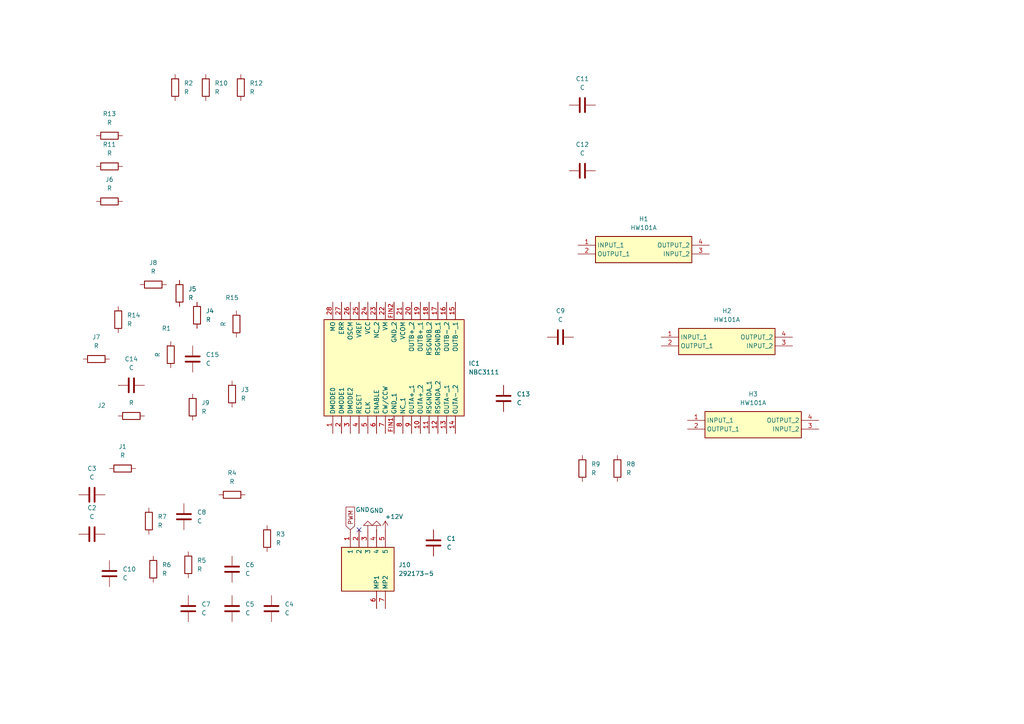
<source format=kicad_sch>
(kicad_sch (version 20231120) (generator "eeschema") (generator_version "8.0")
  (paper "A4")
  (lib_symbols
    (symbol "Device:C" (pin_numbers hide) (pin_names (offset 0.254))
      (property "Reference" "C" (at 0.635 2.54 0))
      (property "Value" "C" (at 0.635 -2.54 0))
      (symbol "C_0_1"
        (polyline (pts (xy -2.032 -0.762) (xy 2.032 -0.762)) (stroke (width 0.508)))
        (polyline (pts (xy -2.032 0.762) (xy 2.032 0.762)) (stroke (width 0.508)))
      )
      (symbol "C_1_1"
        (pin passive line (at 0 3.81 270) (length 2.794) (name "~") (number "1"))
        (pin passive line (at 0 -3.81 90) (length 2.794) (name "~") (number "2"))
      )
    )
    (symbol "Device:R" (pin_numbers hide) (pin_names (offset 0))
      (property "Reference" "R" (at 2.032 0 90))
      (property "Value" "R" (at 0 0 90))
      (symbol "R_0_1"
        (rectangle (start -1.016 -2.54) (end 1.016 2.54) (stroke (width 0.254)))
      )
      (symbol "R_1_1"
        (pin passive line (at 0 3.81 270) (length 1.27) (name "~") (number "1"))
        (pin passive line (at 0 -3.81 90) (length 1.27) (name "~") (number "2"))
      )
    )
    (symbol "mirrormotor:292173-5"
      (property "Reference" "J" (at 19.05 7.62 0))
      (property "Value" "292173-5" (at 19.05 5.08 0))
      (symbol "292173-5_1_1"
        (rectangle (start 5.08 2.54) (end 17.78 -12.7) (stroke (width 0.254)) (fill (type background)))
        (pin passive line (at 0 -10.16 0) (length 5.08) (name "1") (number "1"))
        (pin passive line (at 0 -7.62 0) (length 5.08) (name "2") (number "2"))
        (pin passive line (at 0 -5.08 0) (length 5.08) (name "3") (number "3"))
        (pin passive line (at 0 -2.54 0) (length 5.08) (name "4") (number "4"))
        (pin passive line (at 0 0 0) (length 5.08) (name "5") (number "5"))
        (pin passive line (at 22.86 -2.54 180) (length 5.08) (name "MP1") (number "6"))
        (pin passive line (at 22.86 0 180) (length 5.08) (name "MP2") (number "7"))
      )
    )
    (symbol "mirrormotor:HW101A"
      (property "Reference" "IC" (at 34.29 7.62 0))
      (property "Value" "HW101A" (at 34.29 5.08 0))
      (symbol "HW101A_1_1"
        (rectangle (start 5.08 2.54) (end 33.02 -5.08) (stroke (width 0.254)) (fill (type background)))
        (pin passive line (at 0 0 0) (length 5.08) (name "INPUT_1") (number "1"))
        (pin passive line (at 0 -2.54 0) (length 5.08) (name "OUTPUT_1") (number "2"))
        (pin passive line (at 38.1 -2.54 180) (length 5.08) (name "INPUT_2") (number "3"))
        (pin passive line (at 38.1 0 180) (length 5.08) (name "OUTPUT_2") (number "4"))
      )
    )
    (symbol "mirrormotor:TB67S149FG,EL"
      (property "Reference" "IC" (at 34.29 7.62 0))
      (property "Value" "TB67S149FG,EL" (at 34.29 5.08 0))
      (symbol "TB67S149FG,EL_1_1"
        (rectangle (start 5.08 2.54) (end 33.02 -38.1) (stroke (width 0.254)) (fill (type background)))
        (pin passive line (at 0 0 0) (length 5.08) (name "DMODE0") (number "1"))
        (pin passive line (at 0 -25.4 0) (length 5.08) (name "OUTA+_2") (number "10"))
        (pin passive line (at 0 -27.94 0) (length 5.08) (name "RSGNDA_1") (number "11"))
        (pin passive line (at 0 -30.48 0) (length 5.08) (name "RSGNDA_2") (number "12"))
        (pin passive line (at 0 -33.02 0) (length 5.08) (name "OUTA-_1") (number "13"))
        (pin passive line (at 0 -35.56 0) (length 5.08) (name "OUTA-_2") (number "14"))
        (pin passive line (at 38.1 -35.56 180) (length 5.08) (name "OUTB-_1") (number "15"))
        (pin passive line (at 38.1 -33.02 180) (length 5.08) (name "OUTB-_2") (number "16"))
        (pin passive line (at 38.1 -30.48 180) (length 5.08) (name "RSGNDB_1") (number "17"))
        (pin passive line (at 38.1 -27.94 180) (length 5.08) (name "RSGNDB_2") (number "18"))
        (pin passive line (at 38.1 -25.4 180) (length 5.08) (name "OUTB+_1") (number "19"))
        (pin passive line (at 0 -2.54 0) (length 5.08) (name "DMODE1") (number "2"))
        (pin passive line (at 38.1 -22.86 180) (length 5.08) (name "OUTB+_2") (number "20"))
        (pin passive line (at 38.1 -20.32 180) (length 5.08) (name "VCOM") (number "21"))
        (pin passive line (at 38.1 -15.24 180) (length 5.08) (name "VM") (number "22"))
        (pin passive line (at 38.1 -12.7 180) (length 5.08) (name "NC_2") (number "23"))
        (pin passive line (at 38.1 -10.16 180) (length 5.08) (name "VCC") (number "24"))
        (pin passive line (at 38.1 -7.62 180) (length 5.08) (name "VREF") (number "25"))
        (pin passive line (at 38.1 -5.08 180) (length 5.08) (name "OSCM") (number "26"))
        (pin passive line (at 38.1 -2.54 180) (length 5.08) (name "ERR") (number "27"))
        (pin passive line (at 38.1 0 180) (length 5.08) (name "MO") (number "28"))
        (pin passive line (at 0 -5.08 0) (length 5.08) (name "DMODE2") (number "3"))
        (pin passive line (at 0 -7.62 0) (length 5.08) (name "RESET") (number "4"))
        (pin passive line (at 0 -10.16 0) (length 5.08) (name "CLK") (number "5"))
        (pin passive line (at 0 -12.7 0) (length 5.08) (name "ENABLE") (number "6"))
        (pin passive line (at 0 -15.24 0) (length 5.08) (name "CW/CCW") (number "7"))
        (pin passive line (at 0 -20.32 0) (length 5.08) (name "NC_1") (number "8"))
        (pin passive line (at 0 -22.86 0) (length 5.08) (name "OUTA+_1") (number "9"))
        (pin passive line (at 0 -17.78 0) (length 5.08) (name "GND_1") (number "FIN1"))
        (pin passive line (at 38.1 -17.78 180) (length 5.08) (name "GND_2") (number "FIN2"))
      )
    )
    (symbol "power:+12V" (power) (pin_numbers hide) (pin_names (offset 0) hide)
      (property "Value" "+12V" (at 0 3.556 0))
      (symbol "+12V_0_1"
        (polyline (pts (xy -0.762 1.27) (xy 0 2.54)))
        (polyline (pts (xy 0 0) (xy 0 2.54)))
        (polyline (pts (xy 0 2.54) (xy 0.762 1.27)))
      )
      (symbol "+12V_1_1"
        (pin power_in line (at 0 0 90) (length 0) (name "~") (number "1"))
      )
    )
    (symbol "power:GND" (power) (pin_numbers hide) (pin_names (offset 0) hide)
      (property "Value" "GND" (at 0 -3.81 0))
      (symbol "GND_0_1"
        (polyline (pts (xy 0 0) (xy 0 -1.27) (xy 1.27 -1.27) (xy 0 -2.54) (xy -1.27 -1.27) (xy 0 -1.27)))
      )
      (symbol "GND_1_1"
        (pin power_in line (at 0 0 270) (length 0) (name "~") (number "1"))
      )
    )
  )
  (no_connect (at 104.14 153.67))
  (global_label "PWM" (shape input) (at 101.6 153.67 90) (property "Intersheetrefs" "${INTERSHEET_REFS}" (effects (hide yes))))
  (symbol (lib_id "mirrormotor:TB67S149FG,EL") (at 96.52 125.73 90) (unit 1)
    (property "Reference" "IC1" (at 135.89 105.4099 90) (effects (justify right)))
    (property "Value" "NBC3111" (at 135.89 107.9499 90) (effects (justify right)))
    (property "Footprint" "mirrormotor:TB67S149FGEL" (effects (hide yes)))
    (property "Datasheet" "https://toshiba.semicon-storage.com/info/docget.jsp?did=15706&prodName=TB67S149FG" (effects (hide yes)))
    (property "Description" "Unipolar Motor Driver Power MOSFET Parallel 28-HSSOP" (effects (hide yes)))
    (property "Height" "2.45" (effects (hide yes)))
    (property "Mouser Part Number" "757-TB67S149FGEL" (effects (hide yes)))
    (property "Mouser Price/Stock" "https://www.mouser.co.uk/ProductDetail/Toshiba/TB67S149FGEL?qs=lYGu3FyN48fb8vv1yadyCA%3D%3D" (effects (hide yes)))
    (property "Manufacturer_Name" "Toshiba" (effects (hide yes)))
    (property "Manufacturer_Part_Number" "TB67S149FG,EL" (effects (hide yes)))
  )
  (symbol (lib_id "Device:R") (at 54.61 163.83 180) (unit 1)
    (property "Reference" "R5" (at 57.15 162.5599 0) (effects (justify right)))
    (property "Value" "R" (at 57.15 165.0999 0) (effects (justify right)))
    (property "Footprint" "Resistor_SMD:R_0603_1608Metric" (effects (hide yes)))
    (property "Description" "Resistor" (effects (hide yes)))
  )
  (symbol (lib_id "Device:C") (at 31.75 166.37 0) (unit 1)
    (property "Reference" "C10" (at 35.56 165.0999 0) (effects (justify left)))
    (property "Value" "C" (at 35.56 167.6399 0) (effects (justify left)))
    (property "Footprint" "Capacitor_SMD:C_0603_1608Metric" (effects (hide yes)))
    (property "Description" "Unpolarized capacitor" (effects (hide yes)))
  )
  (symbol (lib_id "Device:C") (at 78.74 176.53 0) (unit 1)
    (property "Reference" "C4" (at 82.55 175.2599 0) (effects (justify left)))
    (property "Value" "C" (at 82.55 177.7999 0) (effects (justify left)))
    (property "Footprint" "Capacitor_SMD:C_0603_1608Metric" (effects (hide yes)))
    (property "Description" "Unpolarized capacitor" (effects (hide yes)))
  )
  (symbol (lib_id "Device:C") (at 168.91 49.53 90) (unit 1)
    (property "Reference" "C12" (at 168.91 41.91 90))
    (property "Value" "C" (at 168.91 44.45 90))
    (property "Footprint" "Capacitor_SMD:C_0603_1608Metric" (effects (hide yes)))
    (property "Description" "Unpolarized capacitor" (effects (hide yes)))
  )
  (symbol (lib_id "Device:R") (at 31.75 58.42 90) (unit 1)
    (property "Reference" "J6" (at 31.75 52.07 90))
    (property "Value" "R" (at 31.75 54.61 90))
    (property "Footprint" "Resistor_SMD:R_0603_1608Metric" (effects (hide yes)))
    (property "Description" "Resistor" (effects (hide yes)))
  )
  (symbol (lib_id "Device:R") (at 67.31 114.3 180) (unit 1)
    (property "Reference" "J3" (at 69.85 113.0299 0) (effects (justify right)))
    (property "Value" "R" (at 69.85 115.5699 0) (effects (justify right)))
    (property "Footprint" "Resistor_SMD:R_0603_1608Metric" (effects (hide yes)))
    (property "Description" "Resistor" (effects (hide yes)))
  )
  (symbol (lib_id "mirrormotor:HW101A") (at 167.64 71.12 0) (unit 1)
    (property "Reference" "H1" (at 186.69 63.5 0))
    (property "Value" "HW101A" (at 186.69 66.04 0))
    (property "Footprint" "mirrormotor:SOP190P290X130-4N" (effects (hide yes)))
    (property "Datasheet" "https://datasheet.datasheetarchive.com/originals/distributors/Datasheets_SAMA/6b4db838a52fd8396df6b7315748f35b.pdf" (effects (hide yes)))
    (property "Description" "InSb Hall Element" (effects (hide yes)))
    (property "Height" "1.3" (effects (hide yes)))
    (property "Mouser Part Number" "412-HW101A" (effects (hide yes)))
    (property "Mouser Price/Stock" "https://www.mouser.co.uk/ProductDetail/Asahi-Kasei-Microdevices/HW101A?qs=vvQtp7zwQdPgSiSNPlaBcg%3D%3D" (effects (hide yes)))
    (property "Manufacturer_Name" "Asahi Kasei Microdevices" (effects (hide yes)))
    (property "Manufacturer_Part_Number" "HW101A" (effects (hide yes)))
  )
  (symbol (lib_id "Device:R") (at 67.31 143.51 270) (unit 1)
    (property "Reference" "R4" (at 67.31 137.16 90))
    (property "Value" "R" (at 67.31 139.7 90))
    (property "Footprint" "Resistor_SMD:R_0603_1608Metric" (effects (hide yes)))
    (property "Description" "Resistor" (effects (hide yes)))
  )
  (symbol (lib_id "Device:C") (at 168.91 30.48 90) (unit 1)
    (property "Reference" "C11" (at 168.91 22.86 90))
    (property "Value" "C" (at 168.91 25.4 90))
    (property "Footprint" "Capacitor_SMD:C_0603_1608Metric" (effects (hide yes)))
    (property "Description" "Unpolarized capacitor" (effects (hide yes)))
  )
  (symbol (lib_id "Device:R") (at 59.69 25.4 0) (unit 1)
    (property "Reference" "R10" (at 62.23 24.1299 0) (effects (justify left)))
    (property "Value" "R" (at 62.23 26.6699 0) (effects (justify left)))
    (property "Footprint" "Resistor_SMD:R_0603_1608Metric" (effects (hide yes)))
    (property "Description" "Resistor" (effects (hide yes)))
  )
  (symbol (lib_id "Device:C") (at 26.67 143.51 90) (unit 1)
    (property "Reference" "C3" (at 26.67 135.89 90))
    (property "Value" "C" (at 26.67 138.43 90))
    (property "Footprint" "Capacitor_SMD:C_0603_1608Metric" (effects (hide yes)))
    (property "Description" "Unpolarized capacitor" (effects (hide yes)))
  )
  (symbol (lib_id "Device:C") (at 53.34 149.86 0) (unit 1)
    (property "Reference" "C8" (at 57.15 148.5899 0) (effects (justify left)))
    (property "Value" "C" (at 57.15 151.1299 0) (effects (justify left)))
    (property "Footprint" "Capacitor_SMD:C_0603_1608Metric" (effects (hide yes)))
    (property "Description" "Unpolarized capacitor" (effects (hide yes)))
  )
  (symbol (lib_id "Device:R") (at 52.07 85.09 180) (unit 1)
    (property "Reference" "J5" (at 54.61 83.8199 0) (effects (justify right)))
    (property "Value" "R" (at 54.61 86.3599 0) (effects (justify right)))
    (property "Footprint" "Resistor_SMD:R_0603_1608Metric" (effects (hide yes)))
    (property "Description" "Resistor" (effects (hide yes)))
  )
  (symbol (lib_id "Device:C") (at 26.67 154.94 90) (unit 1)
    (property "Reference" "C2" (at 26.67 147.32 90))
    (property "Value" "C" (at 26.67 149.86 90))
    (property "Footprint" "Capacitor_SMD:C_0603_1608Metric" (effects (hide yes)))
    (property "Description" "Unpolarized capacitor" (effects (hide yes)))
  )
  (symbol (lib_id "Device:R") (at 77.47 156.21 180) (unit 1)
    (property "Reference" "R3" (at 80.01 154.9399 0) (effects (justify right)))
    (property "Value" "R" (at 80.01 157.4799 0) (effects (justify right)))
    (property "Footprint" "Resistor_SMD:R_0603_1608Metric" (effects (hide yes)))
    (property "Description" "Resistor" (effects (hide yes)))
  )
  (symbol (lib_id "Device:C") (at 67.31 176.53 0) (unit 1)
    (property "Reference" "C5" (at 71.12 175.2599 0) (effects (justify left)))
    (property "Value" "C" (at 71.12 177.7999 0) (effects (justify left)))
    (property "Footprint" "Capacitor_SMD:C_0603_1608Metric" (effects (hide yes)))
    (property "Description" "Unpolarized capacitor" (effects (hide yes)))
  )
  (symbol (lib_id "Device:R") (at 43.18 151.13 0) (unit 1)
    (property "Reference" "R7" (at 45.72 149.8599 0) (effects (justify left)))
    (property "Value" "R" (at 45.72 152.3999 0) (effects (justify left)))
    (property "Footprint" "Resistor_SMD:R_0603_1608Metric" (effects (hide yes)))
    (property "Description" "Resistor" (effects (hide yes)))
  )
  (symbol (lib_id "Device:R") (at 168.91 135.89 0) (unit 1)
    (property "Reference" "R9" (at 171.45 134.6199 0) (effects (justify left)))
    (property "Value" "R" (at 171.45 137.1599 0) (effects (justify left)))
    (property "Footprint" "Resistor_SMD:R_1206_3216Metric" (effects (hide yes)))
    (property "Description" "Resistor" (effects (hide yes)))
  )
  (symbol (lib_id "Device:R") (at 69.85 25.4 0) (unit 1)
    (property "Reference" "R12" (at 72.39 24.1299 0) (effects (justify left)))
    (property "Value" "R" (at 72.39 26.6699 0) (effects (justify left)))
    (property "Footprint" "Resistor_SMD:R_0603_1608Metric" (effects (hide yes)))
    (property "Description" "Resistor" (effects (hide yes)))
  )
  (symbol (lib_id "Device:R") (at 35.56 135.89 90) (unit 1)
    (property "Reference" "J1" (at 35.56 129.54 90))
    (property "Value" "R" (at 35.56 132.08 90))
    (property "Footprint" "Resistor_SMD:R_0603_1608Metric" (effects (hide yes)))
    (property "Description" "Resistor" (effects (hide yes)))
  )
  (symbol (lib_id "Device:R") (at 68.58 93.98 180) (unit 1)
    (property "Reference" "R15" (at 67.31 86.36 0))
    (property "Value" "R" (at 64.77 93.98 90))
    (property "Footprint" "Resistor_SMD:R_0603_1608Metric" (effects (hide yes)))
    (property "Description" "Resistor" (effects (hide yes)))
  )
  (symbol (lib_id "power:+12V") (at 111.76 153.67 0) (unit 1)
    (property "Reference" "#PWR02" (effects (hide yes)))
    (property "Value" "+12V" (at 114.3 149.86 0))
    (property "Description" "Power symbol creates a global label with name \"+12V\"" (effects (hide yes)))
  )
  (symbol (lib_id "Device:R") (at 31.75 48.26 90) (unit 1)
    (property "Reference" "R11" (at 31.75 41.91 90))
    (property "Value" "R" (at 31.75 44.45 90))
    (property "Footprint" "Resistor_SMD:R_0603_1608Metric" (effects (hide yes)))
    (property "Description" "Resistor" (effects (hide yes)))
  )
  (symbol (lib_id "Device:R") (at 31.75 39.37 90) (unit 1)
    (property "Reference" "R13" (at 31.75 33.02 90))
    (property "Value" "R" (at 31.75 35.56 90))
    (property "Footprint" "Resistor_SMD:R_0603_1608Metric" (effects (hide yes)))
    (property "Description" "Resistor" (effects (hide yes)))
  )
  (symbol (lib_id "Device:C") (at 146.05 115.57 0) (unit 1)
    (property "Reference" "C13" (at 149.86 114.2999 0) (effects (justify left)))
    (property "Value" "C" (at 149.86 116.8399 0) (effects (justify left)))
    (property "Footprint" "Capacitor_SMD:C_0603_1608Metric" (effects (hide yes)))
    (property "Description" "Unpolarized capacitor" (effects (hide yes)))
  )
  (symbol (lib_id "Device:C") (at 125.73 157.48 0) (unit 1)
    (property "Reference" "C1" (at 129.54 156.2099 0) (effects (justify left)))
    (property "Value" "C" (at 129.54 158.7499 0) (effects (justify left)))
    (property "Footprint" "Capacitor_SMD:C_0603_1608Metric" (effects (hide yes)))
    (property "Description" "Unpolarized capacitor" (effects (hide yes)))
  )
  (symbol (lib_id "power:GND") (at 109.22 153.67 180) (unit 1)
    (property "Reference" "#PWR01" (effects (hide yes)))
    (property "Value" "GND" (at 109.22 148.082 0))
    (property "Description" "Power symbol creates a global label with name \"GND\" , ground" (effects (hide yes)))
  )
  (symbol (lib_id "Device:R") (at 57.15 91.44 180) (unit 1)
    (property "Reference" "J4" (at 59.69 90.1699 0) (effects (justify right)))
    (property "Value" "R" (at 59.69 92.7099 0) (effects (justify right)))
    (property "Footprint" "Resistor_SMD:R_0603_1608Metric" (effects (hide yes)))
    (property "Description" "Resistor" (effects (hide yes)))
  )
  (symbol (lib_id "mirrormotor:292173-5") (at 111.76 153.67 270) (unit 1)
    (property "Reference" "J10" (at 115.57 163.8299 90) (effects (justify left)))
    (property "Value" "292173-5" (at 115.57 166.3699 90) (effects (justify left)))
    (property "Footprint" "mirrormotor:2921735" (effects (hide yes)))
    (property "Datasheet" "https://www.te.com/commerce/DocumentDelivery/DDEController?Action=srchrtrv&DocNm=292173&DocType=Customer+Drawing&DocLang=English" (effects (hide yes)))
    (property "Description" "PCB Mount Header, Right Angle, Wire-to-Board, 5 Position, 2 mm [.079 in] Centerline, Partially Shrouded, Tin, Surface Mount, Power & Signal, AMP CT" (effects (hide yes)))
    (property "Height" "6.1" (effects (hide yes)))
    (property "Mouser Part Number" "571-292173-5" (effects (hide yes)))
    (property "Mouser Price/Stock" "https://www.mouser.co.uk/ProductDetail/TE-Connectivity-Alcoswitch/292173-5?qs=cTq9ZV%252BpM4%252BzH2IkFejNJQ%3D%3D" (effects (hide yes)))
    (property "Manufacturer_Name" "TE Connectivity" (effects (hide yes)))
    (property "Manufacturer_Part_Number" "292173-5" (effects (hide yes)))
  )
  (symbol (lib_id "Device:R") (at 55.88 118.11 180) (unit 1)
    (property "Reference" "J9" (at 58.42 116.8399 0) (effects (justify right)))
    (property "Value" "R" (at 58.42 119.3799 0) (effects (justify right)))
    (property "Footprint" "Resistor_SMD:R_0603_1608Metric" (effects (hide yes)))
    (property "Description" "Resistor" (effects (hide yes)))
  )
  (symbol (lib_id "Device:C") (at 55.88 104.14 180) (unit 1)
    (property "Reference" "C15" (at 59.69 102.8699 0) (effects (justify right)))
    (property "Value" "C" (at 59.69 105.4099 0) (effects (justify right)))
    (property "Footprint" "Capacitor_SMD:C_0603_1608Metric" (effects (hide yes)))
    (property "Description" "Unpolarized capacitor" (effects (hide yes)))
  )
  (symbol (lib_id "Device:R") (at 50.8 25.4 0) (unit 1)
    (property "Reference" "R2" (at 53.34 24.1299 0) (effects (justify left)))
    (property "Value" "R" (at 53.34 26.6699 0) (effects (justify left)))
    (property "Footprint" "Resistor_SMD:R_0603_1608Metric" (effects (hide yes)))
    (property "Description" "Resistor" (effects (hide yes)))
  )
  (symbol (lib_id "mirrormotor:HW101A") (at 199.39 121.92 0) (unit 1)
    (property "Reference" "H3" (at 218.44 114.3 0))
    (property "Value" "HW101A" (at 218.44 116.84 0))
    (property "Footprint" "mirrormotor:SOP190P290X130-4N" (effects (hide yes)))
    (property "Datasheet" "https://datasheet.datasheetarchive.com/originals/distributors/Datasheets_SAMA/6b4db838a52fd8396df6b7315748f35b.pdf" (effects (hide yes)))
    (property "Description" "InSb Hall Element" (effects (hide yes)))
    (property "Height" "1.3" (effects (hide yes)))
    (property "Mouser Part Number" "412-HW101A" (effects (hide yes)))
    (property "Mouser Price/Stock" "https://www.mouser.co.uk/ProductDetail/Asahi-Kasei-Microdevices/HW101A?qs=vvQtp7zwQdPgSiSNPlaBcg%3D%3D" (effects (hide yes)))
    (property "Manufacturer_Name" "Asahi Kasei Microdevices" (effects (hide yes)))
    (property "Manufacturer_Part_Number" "HW101A" (effects (hide yes)))
  )
  (symbol (lib_id "Device:C") (at 67.31 165.1 0) (unit 1)
    (property "Reference" "C6" (at 71.12 163.8299 0) (effects (justify left)))
    (property "Value" "C" (at 71.12 166.3699 0) (effects (justify left)))
    (property "Footprint" "Capacitor_SMD:C_0603_1608Metric" (effects (hide yes)))
    (property "Description" "Unpolarized capacitor" (effects (hide yes)))
  )
  (symbol (lib_id "Device:C") (at 54.61 176.53 0) (unit 1)
    (property "Reference" "C7" (at 58.42 175.2599 0) (effects (justify left)))
    (property "Value" "C" (at 58.42 177.7999 0) (effects (justify left)))
    (property "Footprint" "Capacitor_SMD:C_0603_1608Metric" (effects (hide yes)))
    (property "Description" "Unpolarized capacitor" (effects (hide yes)))
  )
  (symbol (lib_id "Device:R") (at 179.07 135.89 0) (unit 1)
    (property "Reference" "R8" (at 181.61 134.6199 0) (effects (justify left)))
    (property "Value" "R" (at 181.61 137.1599 0) (effects (justify left)))
    (property "Footprint" "Resistor_SMD:R_1206_3216Metric" (effects (hide yes)))
    (property "Description" "Resistor" (effects (hide yes)))
  )
  (symbol (lib_id "Device:R") (at 49.53 102.87 180) (unit 1)
    (property "Reference" "R1" (at 48.26 95.25 0))
    (property "Value" "R" (at 45.72 102.87 90))
    (property "Footprint" "Resistor_SMD:R_0603_1608Metric" (effects (hide yes)))
    (property "Description" "Resistor" (effects (hide yes)))
  )
  (symbol (lib_id "Device:R") (at 38.1 120.65 90) (unit 1)
    (property "Reference" "J2" (at 29.464 117.602 90))
    (property "Value" "R" (at 38.1 116.84 90))
    (property "Footprint" "Resistor_SMD:R_0603_1608Metric" (effects (hide yes)))
    (property "Description" "Resistor" (effects (hide yes)))
  )
  (symbol (lib_id "Device:R") (at 27.94 104.14 270) (unit 1)
    (property "Reference" "J7" (at 27.94 97.79 90))
    (property "Value" "R" (at 27.94 100.33 90))
    (property "Footprint" "Resistor_SMD:R_0603_1608Metric" (effects (hide yes)))
    (property "Description" "Resistor" (effects (hide yes)))
  )
  (symbol (lib_id "Device:R") (at 44.45 165.1 180) (unit 1)
    (property "Reference" "R6" (at 46.99 163.8299 0) (effects (justify right)))
    (property "Value" "R" (at 46.99 166.3699 0) (effects (justify right)))
    (property "Footprint" "Resistor_SMD:R_0603_1608Metric" (effects (hide yes)))
    (property "Description" "Resistor" (effects (hide yes)))
  )
  (symbol (lib_id "power:GND") (at 106.68 153.67 180) (unit 1)
    (property "Reference" "#PWR03" (effects (hide yes)))
    (property "Value" "GND" (at 105.156 147.828 0))
    (property "Description" "Power symbol creates a global label with name \"GND\" , ground" (effects (hide yes)))
  )
  (symbol (lib_id "Device:R") (at 44.45 82.55 270) (unit 1)
    (property "Reference" "J8" (at 44.45 76.2 90))
    (property "Value" "R" (at 44.45 78.74 90))
    (property "Footprint" "Resistor_SMD:R_0603_1608Metric" (effects (hide yes)))
    (property "Description" "Resistor" (effects (hide yes)))
  )
  (symbol (lib_id "Device:R") (at 34.29 92.71 0) (unit 1)
    (property "Reference" "R14" (at 36.83 91.4399 0) (effects (justify left)))
    (property "Value" "R" (at 36.83 93.9799 0) (effects (justify left)))
    (property "Footprint" "Resistor_SMD:R_0603_1608Metric" (effects (hide yes)))
    (property "Description" "Resistor" (effects (hide yes)))
  )
  (symbol (lib_id "Device:C") (at 162.56 97.79 90) (unit 1)
    (property "Reference" "C9" (at 162.56 90.17 90))
    (property "Value" "C" (at 162.56 92.71 90))
    (property "Footprint" "Capacitor_SMD:C_0603_1608Metric" (effects (hide yes)))
    (property "Description" "Unpolarized capacitor" (effects (hide yes)))
  )
  (symbol (lib_id "mirrormotor:HW101A") (at 191.77 97.79 0) (unit 1)
    (property "Reference" "H2" (at 210.82 90.17 0))
    (property "Value" "HW101A" (at 210.82 92.71 0))
    (property "Footprint" "mirrormotor:SOP190P290X130-4N" (effects (hide yes)))
    (property "Datasheet" "https://datasheet.datasheetarchive.com/originals/distributors/Datasheets_SAMA/6b4db838a52fd8396df6b7315748f35b.pdf" (effects (hide yes)))
    (property "Description" "InSb Hall Element" (effects (hide yes)))
    (property "Height" "1.3" (effects (hide yes)))
    (property "Mouser Part Number" "412-HW101A" (effects (hide yes)))
    (property "Mouser Price/Stock" "https://www.mouser.co.uk/ProductDetail/Asahi-Kasei-Microdevices/HW101A?qs=vvQtp7zwQdPgSiSNPlaBcg%3D%3D" (effects (hide yes)))
    (property "Manufacturer_Name" "Asahi Kasei Microdevices" (effects (hide yes)))
    (property "Manufacturer_Part_Number" "HW101A" (effects (hide yes)))
  )
  (symbol (lib_id "Device:C") (at 38.1 111.76 90) (unit 1)
    (property "Reference" "C14" (at 38.1 104.14 90))
    (property "Value" "C" (at 38.1 106.68 90))
    (property "Footprint" "Capacitor_SMD:C_0603_1608Metric" (effects (hide yes)))
    (property "Description" "Unpolarized capacitor" (effects (hide yes)))
  )
)
</source>
